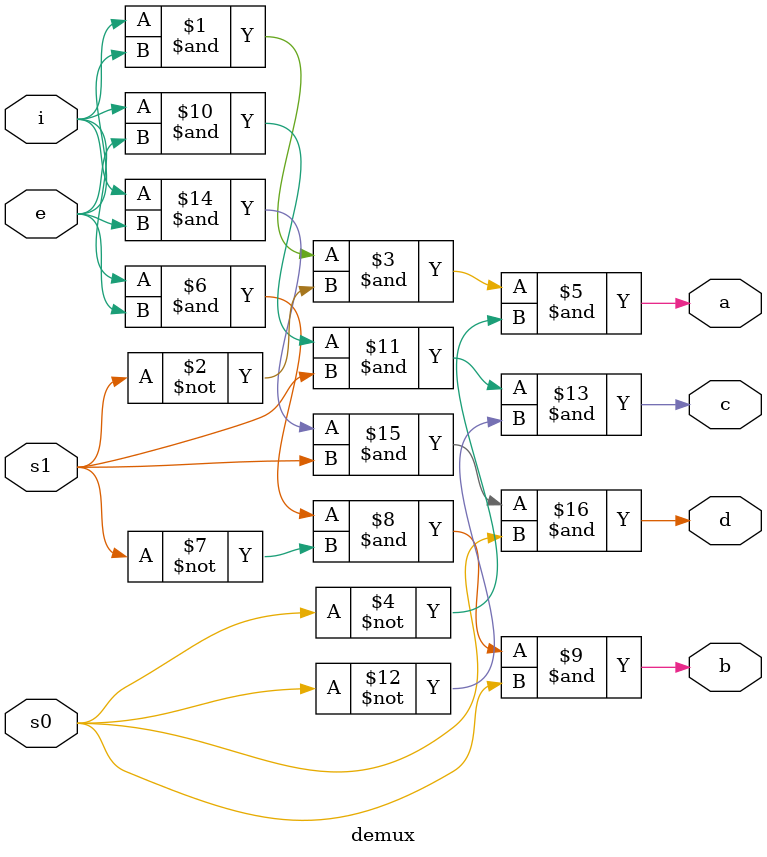
<source format=v>
module demux(s1,s0,a,b,c,d,e,i);
	input s1,s0,e,i;
	output a,b,c,d;
	assign a =i&e&~s1&~s0;
	assign b =i&e&~s1&s0;
	assign c =i&e&s1&~s0;
	assign d =i&e&s1&s0;
endmodule
</source>
